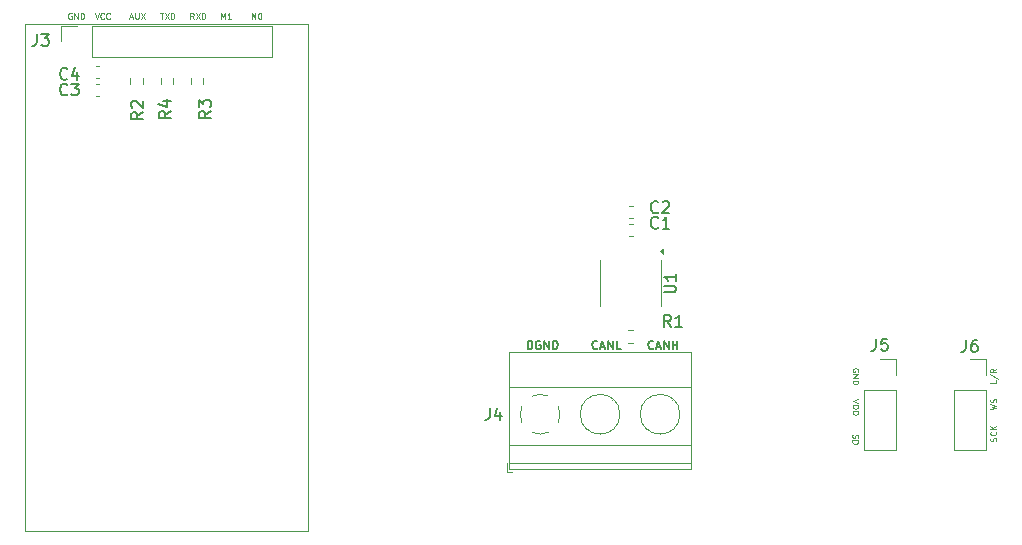
<source format=gbr>
%TF.GenerationSoftware,KiCad,Pcbnew,8.0.9-8.0.9-0~ubuntu24.04.1*%
%TF.CreationDate,2025-06-01T20:39:44+03:00*%
%TF.ProjectId,EV Control System,45562043-6f6e-4747-926f-6c2053797374,rev?*%
%TF.SameCoordinates,Original*%
%TF.FileFunction,Legend,Top*%
%TF.FilePolarity,Positive*%
%FSLAX46Y46*%
G04 Gerber Fmt 4.6, Leading zero omitted, Abs format (unit mm)*
G04 Created by KiCad (PCBNEW 8.0.9-8.0.9-0~ubuntu24.04.1) date 2025-06-01 20:39:44*
%MOMM*%
%LPD*%
G01*
G04 APERTURE LIST*
%ADD10C,0.100000*%
%ADD11C,0.175000*%
%ADD12C,0.150000*%
%ADD13C,0.120000*%
G04 APERTURE END LIST*
D10*
X106060000Y-103995000D02*
X106060000Y-60995000D01*
X130060000Y-103995000D02*
X106060000Y-103995000D01*
X106060000Y-60995000D02*
X130060000Y-60995000D01*
X130060000Y-60995000D02*
X130060000Y-103995000D01*
X176626390Y-92823408D02*
X176126390Y-92990074D01*
X176126390Y-92990074D02*
X176626390Y-93156741D01*
X176126390Y-93323407D02*
X176626390Y-93323407D01*
X176626390Y-93323407D02*
X176626390Y-93442455D01*
X176626390Y-93442455D02*
X176602580Y-93513883D01*
X176602580Y-93513883D02*
X176554961Y-93561502D01*
X176554961Y-93561502D02*
X176507342Y-93585312D01*
X176507342Y-93585312D02*
X176412104Y-93609121D01*
X176412104Y-93609121D02*
X176340676Y-93609121D01*
X176340676Y-93609121D02*
X176245438Y-93585312D01*
X176245438Y-93585312D02*
X176197819Y-93561502D01*
X176197819Y-93561502D02*
X176150200Y-93513883D01*
X176150200Y-93513883D02*
X176126390Y-93442455D01*
X176126390Y-93442455D02*
X176126390Y-93323407D01*
X176126390Y-93823407D02*
X176626390Y-93823407D01*
X176626390Y-93823407D02*
X176626390Y-93942455D01*
X176626390Y-93942455D02*
X176602580Y-94013883D01*
X176602580Y-94013883D02*
X176554961Y-94061502D01*
X176554961Y-94061502D02*
X176507342Y-94085312D01*
X176507342Y-94085312D02*
X176412104Y-94109121D01*
X176412104Y-94109121D02*
X176340676Y-94109121D01*
X176340676Y-94109121D02*
X176245438Y-94085312D01*
X176245438Y-94085312D02*
X176197819Y-94061502D01*
X176197819Y-94061502D02*
X176150200Y-94013883D01*
X176150200Y-94013883D02*
X176126390Y-93942455D01*
X176126390Y-93942455D02*
X176126390Y-93823407D01*
X188269800Y-96348972D02*
X188293609Y-96277544D01*
X188293609Y-96277544D02*
X188293609Y-96158496D01*
X188293609Y-96158496D02*
X188269800Y-96110877D01*
X188269800Y-96110877D02*
X188245990Y-96087068D01*
X188245990Y-96087068D02*
X188198371Y-96063258D01*
X188198371Y-96063258D02*
X188150752Y-96063258D01*
X188150752Y-96063258D02*
X188103133Y-96087068D01*
X188103133Y-96087068D02*
X188079323Y-96110877D01*
X188079323Y-96110877D02*
X188055514Y-96158496D01*
X188055514Y-96158496D02*
X188031704Y-96253734D01*
X188031704Y-96253734D02*
X188007895Y-96301353D01*
X188007895Y-96301353D02*
X187984085Y-96325163D01*
X187984085Y-96325163D02*
X187936466Y-96348972D01*
X187936466Y-96348972D02*
X187888847Y-96348972D01*
X187888847Y-96348972D02*
X187841228Y-96325163D01*
X187841228Y-96325163D02*
X187817419Y-96301353D01*
X187817419Y-96301353D02*
X187793609Y-96253734D01*
X187793609Y-96253734D02*
X187793609Y-96134687D01*
X187793609Y-96134687D02*
X187817419Y-96063258D01*
X188245990Y-95563259D02*
X188269800Y-95587068D01*
X188269800Y-95587068D02*
X188293609Y-95658497D01*
X188293609Y-95658497D02*
X188293609Y-95706116D01*
X188293609Y-95706116D02*
X188269800Y-95777544D01*
X188269800Y-95777544D02*
X188222180Y-95825163D01*
X188222180Y-95825163D02*
X188174561Y-95848973D01*
X188174561Y-95848973D02*
X188079323Y-95872782D01*
X188079323Y-95872782D02*
X188007895Y-95872782D01*
X188007895Y-95872782D02*
X187912657Y-95848973D01*
X187912657Y-95848973D02*
X187865038Y-95825163D01*
X187865038Y-95825163D02*
X187817419Y-95777544D01*
X187817419Y-95777544D02*
X187793609Y-95706116D01*
X187793609Y-95706116D02*
X187793609Y-95658497D01*
X187793609Y-95658497D02*
X187817419Y-95587068D01*
X187817419Y-95587068D02*
X187841228Y-95563259D01*
X188293609Y-95348973D02*
X187793609Y-95348973D01*
X188293609Y-95063259D02*
X188007895Y-95277544D01*
X187793609Y-95063259D02*
X188079323Y-95348973D01*
D11*
X148621797Y-88545233D02*
X148621797Y-87845233D01*
X148621797Y-87845233D02*
X148788464Y-87845233D01*
X148788464Y-87845233D02*
X148888464Y-87878566D01*
X148888464Y-87878566D02*
X148955131Y-87945233D01*
X148955131Y-87945233D02*
X148988464Y-88011900D01*
X148988464Y-88011900D02*
X149021797Y-88145233D01*
X149021797Y-88145233D02*
X149021797Y-88245233D01*
X149021797Y-88245233D02*
X148988464Y-88378566D01*
X148988464Y-88378566D02*
X148955131Y-88445233D01*
X148955131Y-88445233D02*
X148888464Y-88511900D01*
X148888464Y-88511900D02*
X148788464Y-88545233D01*
X148788464Y-88545233D02*
X148621797Y-88545233D01*
X149688464Y-87878566D02*
X149621797Y-87845233D01*
X149621797Y-87845233D02*
X149521797Y-87845233D01*
X149521797Y-87845233D02*
X149421797Y-87878566D01*
X149421797Y-87878566D02*
X149355131Y-87945233D01*
X149355131Y-87945233D02*
X149321797Y-88011900D01*
X149321797Y-88011900D02*
X149288464Y-88145233D01*
X149288464Y-88145233D02*
X149288464Y-88245233D01*
X149288464Y-88245233D02*
X149321797Y-88378566D01*
X149321797Y-88378566D02*
X149355131Y-88445233D01*
X149355131Y-88445233D02*
X149421797Y-88511900D01*
X149421797Y-88511900D02*
X149521797Y-88545233D01*
X149521797Y-88545233D02*
X149588464Y-88545233D01*
X149588464Y-88545233D02*
X149688464Y-88511900D01*
X149688464Y-88511900D02*
X149721797Y-88478566D01*
X149721797Y-88478566D02*
X149721797Y-88245233D01*
X149721797Y-88245233D02*
X149588464Y-88245233D01*
X150021797Y-88545233D02*
X150021797Y-87845233D01*
X150021797Y-87845233D02*
X150421797Y-88545233D01*
X150421797Y-88545233D02*
X150421797Y-87845233D01*
X150755130Y-88545233D02*
X150755130Y-87845233D01*
X150755130Y-87845233D02*
X150921797Y-87845233D01*
X150921797Y-87845233D02*
X151021797Y-87878566D01*
X151021797Y-87878566D02*
X151088464Y-87945233D01*
X151088464Y-87945233D02*
X151121797Y-88011900D01*
X151121797Y-88011900D02*
X151155130Y-88145233D01*
X151155130Y-88145233D02*
X151155130Y-88245233D01*
X151155130Y-88245233D02*
X151121797Y-88378566D01*
X151121797Y-88378566D02*
X151088464Y-88445233D01*
X151088464Y-88445233D02*
X151021797Y-88511900D01*
X151021797Y-88511900D02*
X150921797Y-88545233D01*
X150921797Y-88545233D02*
X150755130Y-88545233D01*
X154521795Y-88478566D02*
X154488462Y-88511900D01*
X154488462Y-88511900D02*
X154388462Y-88545233D01*
X154388462Y-88545233D02*
X154321795Y-88545233D01*
X154321795Y-88545233D02*
X154221795Y-88511900D01*
X154221795Y-88511900D02*
X154155129Y-88445233D01*
X154155129Y-88445233D02*
X154121795Y-88378566D01*
X154121795Y-88378566D02*
X154088462Y-88245233D01*
X154088462Y-88245233D02*
X154088462Y-88145233D01*
X154088462Y-88145233D02*
X154121795Y-88011900D01*
X154121795Y-88011900D02*
X154155129Y-87945233D01*
X154155129Y-87945233D02*
X154221795Y-87878566D01*
X154221795Y-87878566D02*
X154321795Y-87845233D01*
X154321795Y-87845233D02*
X154388462Y-87845233D01*
X154388462Y-87845233D02*
X154488462Y-87878566D01*
X154488462Y-87878566D02*
X154521795Y-87911900D01*
X154788462Y-88345233D02*
X155121795Y-88345233D01*
X154721795Y-88545233D02*
X154955129Y-87845233D01*
X154955129Y-87845233D02*
X155188462Y-88545233D01*
X155421795Y-88545233D02*
X155421795Y-87845233D01*
X155421795Y-87845233D02*
X155821795Y-88545233D01*
X155821795Y-88545233D02*
X155821795Y-87845233D01*
X156488462Y-88545233D02*
X156155128Y-88545233D01*
X156155128Y-88545233D02*
X156155128Y-87845233D01*
X159255127Y-88478566D02*
X159221794Y-88511900D01*
X159221794Y-88511900D02*
X159121794Y-88545233D01*
X159121794Y-88545233D02*
X159055127Y-88545233D01*
X159055127Y-88545233D02*
X158955127Y-88511900D01*
X158955127Y-88511900D02*
X158888461Y-88445233D01*
X158888461Y-88445233D02*
X158855127Y-88378566D01*
X158855127Y-88378566D02*
X158821794Y-88245233D01*
X158821794Y-88245233D02*
X158821794Y-88145233D01*
X158821794Y-88145233D02*
X158855127Y-88011900D01*
X158855127Y-88011900D02*
X158888461Y-87945233D01*
X158888461Y-87945233D02*
X158955127Y-87878566D01*
X158955127Y-87878566D02*
X159055127Y-87845233D01*
X159055127Y-87845233D02*
X159121794Y-87845233D01*
X159121794Y-87845233D02*
X159221794Y-87878566D01*
X159221794Y-87878566D02*
X159255127Y-87911900D01*
X159521794Y-88345233D02*
X159855127Y-88345233D01*
X159455127Y-88545233D02*
X159688461Y-87845233D01*
X159688461Y-87845233D02*
X159921794Y-88545233D01*
X160155127Y-88545233D02*
X160155127Y-87845233D01*
X160155127Y-87845233D02*
X160555127Y-88545233D01*
X160555127Y-88545233D02*
X160555127Y-87845233D01*
X160888460Y-88545233D02*
X160888460Y-87845233D01*
X160888460Y-88178566D02*
X161288460Y-88178566D01*
X161288460Y-88545233D02*
X161288460Y-87845233D01*
D10*
X188293609Y-91187068D02*
X188293609Y-91425163D01*
X188293609Y-91425163D02*
X187793609Y-91425163D01*
X187769800Y-90663258D02*
X188412657Y-91091829D01*
X188293609Y-90210877D02*
X188055514Y-90377543D01*
X188293609Y-90496591D02*
X187793609Y-90496591D01*
X187793609Y-90496591D02*
X187793609Y-90306115D01*
X187793609Y-90306115D02*
X187817419Y-90258496D01*
X187817419Y-90258496D02*
X187841228Y-90234686D01*
X187841228Y-90234686D02*
X187888847Y-90210877D01*
X187888847Y-90210877D02*
X187960276Y-90210877D01*
X187960276Y-90210877D02*
X188007895Y-90234686D01*
X188007895Y-90234686D02*
X188031704Y-90258496D01*
X188031704Y-90258496D02*
X188055514Y-90306115D01*
X188055514Y-90306115D02*
X188055514Y-90496591D01*
X176602580Y-90466741D02*
X176626390Y-90419122D01*
X176626390Y-90419122D02*
X176626390Y-90347693D01*
X176626390Y-90347693D02*
X176602580Y-90276265D01*
X176602580Y-90276265D02*
X176554961Y-90228646D01*
X176554961Y-90228646D02*
X176507342Y-90204836D01*
X176507342Y-90204836D02*
X176412104Y-90181027D01*
X176412104Y-90181027D02*
X176340676Y-90181027D01*
X176340676Y-90181027D02*
X176245438Y-90204836D01*
X176245438Y-90204836D02*
X176197819Y-90228646D01*
X176197819Y-90228646D02*
X176150200Y-90276265D01*
X176150200Y-90276265D02*
X176126390Y-90347693D01*
X176126390Y-90347693D02*
X176126390Y-90395312D01*
X176126390Y-90395312D02*
X176150200Y-90466741D01*
X176150200Y-90466741D02*
X176174009Y-90490550D01*
X176174009Y-90490550D02*
X176340676Y-90490550D01*
X176340676Y-90490550D02*
X176340676Y-90395312D01*
X176126390Y-90704836D02*
X176626390Y-90704836D01*
X176626390Y-90704836D02*
X176126390Y-90990550D01*
X176126390Y-90990550D02*
X176626390Y-90990550D01*
X176126390Y-91228646D02*
X176626390Y-91228646D01*
X176626390Y-91228646D02*
X176626390Y-91347694D01*
X176626390Y-91347694D02*
X176602580Y-91419122D01*
X176602580Y-91419122D02*
X176554961Y-91466741D01*
X176554961Y-91466741D02*
X176507342Y-91490551D01*
X176507342Y-91490551D02*
X176412104Y-91514360D01*
X176412104Y-91514360D02*
X176340676Y-91514360D01*
X176340676Y-91514360D02*
X176245438Y-91490551D01*
X176245438Y-91490551D02*
X176197819Y-91466741D01*
X176197819Y-91466741D02*
X176150200Y-91419122D01*
X176150200Y-91419122D02*
X176126390Y-91347694D01*
X176126390Y-91347694D02*
X176126390Y-91228646D01*
X176140200Y-95791027D02*
X176116390Y-95862455D01*
X176116390Y-95862455D02*
X176116390Y-95981503D01*
X176116390Y-95981503D02*
X176140200Y-96029122D01*
X176140200Y-96029122D02*
X176164009Y-96052931D01*
X176164009Y-96052931D02*
X176211628Y-96076741D01*
X176211628Y-96076741D02*
X176259247Y-96076741D01*
X176259247Y-96076741D02*
X176306866Y-96052931D01*
X176306866Y-96052931D02*
X176330676Y-96029122D01*
X176330676Y-96029122D02*
X176354485Y-95981503D01*
X176354485Y-95981503D02*
X176378295Y-95886265D01*
X176378295Y-95886265D02*
X176402104Y-95838646D01*
X176402104Y-95838646D02*
X176425914Y-95814836D01*
X176425914Y-95814836D02*
X176473533Y-95791027D01*
X176473533Y-95791027D02*
X176521152Y-95791027D01*
X176521152Y-95791027D02*
X176568771Y-95814836D01*
X176568771Y-95814836D02*
X176592580Y-95838646D01*
X176592580Y-95838646D02*
X176616390Y-95886265D01*
X176616390Y-95886265D02*
X176616390Y-96005312D01*
X176616390Y-96005312D02*
X176592580Y-96076741D01*
X176116390Y-96291026D02*
X176616390Y-96291026D01*
X176616390Y-96291026D02*
X176616390Y-96410074D01*
X176616390Y-96410074D02*
X176592580Y-96481502D01*
X176592580Y-96481502D02*
X176544961Y-96529121D01*
X176544961Y-96529121D02*
X176497342Y-96552931D01*
X176497342Y-96552931D02*
X176402104Y-96576740D01*
X176402104Y-96576740D02*
X176330676Y-96576740D01*
X176330676Y-96576740D02*
X176235438Y-96552931D01*
X176235438Y-96552931D02*
X176187819Y-96529121D01*
X176187819Y-96529121D02*
X176140200Y-96481502D01*
X176140200Y-96481502D02*
X176116390Y-96410074D01*
X176116390Y-96410074D02*
X176116390Y-96291026D01*
X110006741Y-60127419D02*
X109959122Y-60103609D01*
X109959122Y-60103609D02*
X109887693Y-60103609D01*
X109887693Y-60103609D02*
X109816265Y-60127419D01*
X109816265Y-60127419D02*
X109768646Y-60175038D01*
X109768646Y-60175038D02*
X109744836Y-60222657D01*
X109744836Y-60222657D02*
X109721027Y-60317895D01*
X109721027Y-60317895D02*
X109721027Y-60389323D01*
X109721027Y-60389323D02*
X109744836Y-60484561D01*
X109744836Y-60484561D02*
X109768646Y-60532180D01*
X109768646Y-60532180D02*
X109816265Y-60579800D01*
X109816265Y-60579800D02*
X109887693Y-60603609D01*
X109887693Y-60603609D02*
X109935312Y-60603609D01*
X109935312Y-60603609D02*
X110006741Y-60579800D01*
X110006741Y-60579800D02*
X110030550Y-60555990D01*
X110030550Y-60555990D02*
X110030550Y-60389323D01*
X110030550Y-60389323D02*
X109935312Y-60389323D01*
X110244836Y-60603609D02*
X110244836Y-60103609D01*
X110244836Y-60103609D02*
X110530550Y-60603609D01*
X110530550Y-60603609D02*
X110530550Y-60103609D01*
X110768646Y-60603609D02*
X110768646Y-60103609D01*
X110768646Y-60103609D02*
X110887694Y-60103609D01*
X110887694Y-60103609D02*
X110959122Y-60127419D01*
X110959122Y-60127419D02*
X111006741Y-60175038D01*
X111006741Y-60175038D02*
X111030551Y-60222657D01*
X111030551Y-60222657D02*
X111054360Y-60317895D01*
X111054360Y-60317895D02*
X111054360Y-60389323D01*
X111054360Y-60389323D02*
X111030551Y-60484561D01*
X111030551Y-60484561D02*
X111006741Y-60532180D01*
X111006741Y-60532180D02*
X110959122Y-60579800D01*
X110959122Y-60579800D02*
X110887694Y-60603609D01*
X110887694Y-60603609D02*
X110768646Y-60603609D01*
X111959122Y-60103609D02*
X112125788Y-60603609D01*
X112125788Y-60603609D02*
X112292455Y-60103609D01*
X112744835Y-60555990D02*
X112721026Y-60579800D01*
X112721026Y-60579800D02*
X112649597Y-60603609D01*
X112649597Y-60603609D02*
X112601978Y-60603609D01*
X112601978Y-60603609D02*
X112530550Y-60579800D01*
X112530550Y-60579800D02*
X112482931Y-60532180D01*
X112482931Y-60532180D02*
X112459121Y-60484561D01*
X112459121Y-60484561D02*
X112435312Y-60389323D01*
X112435312Y-60389323D02*
X112435312Y-60317895D01*
X112435312Y-60317895D02*
X112459121Y-60222657D01*
X112459121Y-60222657D02*
X112482931Y-60175038D01*
X112482931Y-60175038D02*
X112530550Y-60127419D01*
X112530550Y-60127419D02*
X112601978Y-60103609D01*
X112601978Y-60103609D02*
X112649597Y-60103609D01*
X112649597Y-60103609D02*
X112721026Y-60127419D01*
X112721026Y-60127419D02*
X112744835Y-60151228D01*
X113244835Y-60555990D02*
X113221026Y-60579800D01*
X113221026Y-60579800D02*
X113149597Y-60603609D01*
X113149597Y-60603609D02*
X113101978Y-60603609D01*
X113101978Y-60603609D02*
X113030550Y-60579800D01*
X113030550Y-60579800D02*
X112982931Y-60532180D01*
X112982931Y-60532180D02*
X112959121Y-60484561D01*
X112959121Y-60484561D02*
X112935312Y-60389323D01*
X112935312Y-60389323D02*
X112935312Y-60317895D01*
X112935312Y-60317895D02*
X112959121Y-60222657D01*
X112959121Y-60222657D02*
X112982931Y-60175038D01*
X112982931Y-60175038D02*
X113030550Y-60127419D01*
X113030550Y-60127419D02*
X113101978Y-60103609D01*
X113101978Y-60103609D02*
X113149597Y-60103609D01*
X113149597Y-60103609D02*
X113221026Y-60127419D01*
X113221026Y-60127419D02*
X113244835Y-60151228D01*
X114959120Y-60460752D02*
X115197215Y-60460752D01*
X114911501Y-60603609D02*
X115078167Y-60103609D01*
X115078167Y-60103609D02*
X115244834Y-60603609D01*
X115411500Y-60103609D02*
X115411500Y-60508371D01*
X115411500Y-60508371D02*
X115435310Y-60555990D01*
X115435310Y-60555990D02*
X115459119Y-60579800D01*
X115459119Y-60579800D02*
X115506738Y-60603609D01*
X115506738Y-60603609D02*
X115601976Y-60603609D01*
X115601976Y-60603609D02*
X115649595Y-60579800D01*
X115649595Y-60579800D02*
X115673405Y-60555990D01*
X115673405Y-60555990D02*
X115697214Y-60508371D01*
X115697214Y-60508371D02*
X115697214Y-60103609D01*
X115887691Y-60103609D02*
X116221024Y-60603609D01*
X116221024Y-60103609D02*
X115887691Y-60603609D01*
X117482928Y-60103609D02*
X117768642Y-60103609D01*
X117625785Y-60603609D02*
X117625785Y-60103609D01*
X117887689Y-60103609D02*
X118221022Y-60603609D01*
X118221022Y-60103609D02*
X117887689Y-60603609D01*
X118411498Y-60603609D02*
X118411498Y-60103609D01*
X118411498Y-60103609D02*
X118530546Y-60103609D01*
X118530546Y-60103609D02*
X118601974Y-60127419D01*
X118601974Y-60127419D02*
X118649593Y-60175038D01*
X118649593Y-60175038D02*
X118673403Y-60222657D01*
X118673403Y-60222657D02*
X118697212Y-60317895D01*
X118697212Y-60317895D02*
X118697212Y-60389323D01*
X118697212Y-60389323D02*
X118673403Y-60484561D01*
X118673403Y-60484561D02*
X118649593Y-60532180D01*
X118649593Y-60532180D02*
X118601974Y-60579800D01*
X118601974Y-60579800D02*
X118530546Y-60603609D01*
X118530546Y-60603609D02*
X118411498Y-60603609D01*
X120340068Y-60603609D02*
X120173402Y-60365514D01*
X120054354Y-60603609D02*
X120054354Y-60103609D01*
X120054354Y-60103609D02*
X120244830Y-60103609D01*
X120244830Y-60103609D02*
X120292449Y-60127419D01*
X120292449Y-60127419D02*
X120316259Y-60151228D01*
X120316259Y-60151228D02*
X120340068Y-60198847D01*
X120340068Y-60198847D02*
X120340068Y-60270276D01*
X120340068Y-60270276D02*
X120316259Y-60317895D01*
X120316259Y-60317895D02*
X120292449Y-60341704D01*
X120292449Y-60341704D02*
X120244830Y-60365514D01*
X120244830Y-60365514D02*
X120054354Y-60365514D01*
X120506735Y-60103609D02*
X120840068Y-60603609D01*
X120840068Y-60103609D02*
X120506735Y-60603609D01*
X121030544Y-60603609D02*
X121030544Y-60103609D01*
X121030544Y-60103609D02*
X121149592Y-60103609D01*
X121149592Y-60103609D02*
X121221020Y-60127419D01*
X121221020Y-60127419D02*
X121268639Y-60175038D01*
X121268639Y-60175038D02*
X121292449Y-60222657D01*
X121292449Y-60222657D02*
X121316258Y-60317895D01*
X121316258Y-60317895D02*
X121316258Y-60389323D01*
X121316258Y-60389323D02*
X121292449Y-60484561D01*
X121292449Y-60484561D02*
X121268639Y-60532180D01*
X121268639Y-60532180D02*
X121221020Y-60579800D01*
X121221020Y-60579800D02*
X121149592Y-60603609D01*
X121149592Y-60603609D02*
X121030544Y-60603609D01*
X122673400Y-60603609D02*
X122673400Y-60103609D01*
X122673400Y-60103609D02*
X122840067Y-60460752D01*
X122840067Y-60460752D02*
X123006733Y-60103609D01*
X123006733Y-60103609D02*
X123006733Y-60603609D01*
X123506734Y-60603609D02*
X123221020Y-60603609D01*
X123363877Y-60603609D02*
X123363877Y-60103609D01*
X123363877Y-60103609D02*
X123316258Y-60175038D01*
X123316258Y-60175038D02*
X123268639Y-60222657D01*
X123268639Y-60222657D02*
X123221020Y-60246466D01*
X125244827Y-60603609D02*
X125244827Y-60103609D01*
X125244827Y-60103609D02*
X125411494Y-60460752D01*
X125411494Y-60460752D02*
X125578160Y-60103609D01*
X125578160Y-60103609D02*
X125578160Y-60603609D01*
X125911494Y-60103609D02*
X125959113Y-60103609D01*
X125959113Y-60103609D02*
X126006732Y-60127419D01*
X126006732Y-60127419D02*
X126030542Y-60151228D01*
X126030542Y-60151228D02*
X126054351Y-60198847D01*
X126054351Y-60198847D02*
X126078161Y-60294085D01*
X126078161Y-60294085D02*
X126078161Y-60413133D01*
X126078161Y-60413133D02*
X126054351Y-60508371D01*
X126054351Y-60508371D02*
X126030542Y-60555990D01*
X126030542Y-60555990D02*
X126006732Y-60579800D01*
X126006732Y-60579800D02*
X125959113Y-60603609D01*
X125959113Y-60603609D02*
X125911494Y-60603609D01*
X125911494Y-60603609D02*
X125863875Y-60579800D01*
X125863875Y-60579800D02*
X125840066Y-60555990D01*
X125840066Y-60555990D02*
X125816256Y-60508371D01*
X125816256Y-60508371D02*
X125792447Y-60413133D01*
X125792447Y-60413133D02*
X125792447Y-60294085D01*
X125792447Y-60294085D02*
X125816256Y-60198847D01*
X125816256Y-60198847D02*
X125840066Y-60151228D01*
X125840066Y-60151228D02*
X125863875Y-60127419D01*
X125863875Y-60127419D02*
X125911494Y-60103609D01*
X187793609Y-93672782D02*
X188293609Y-93553734D01*
X188293609Y-93553734D02*
X187936466Y-93458496D01*
X187936466Y-93458496D02*
X188293609Y-93363258D01*
X188293609Y-93363258D02*
X187793609Y-93244211D01*
X188269800Y-93077543D02*
X188293609Y-93006115D01*
X188293609Y-93006115D02*
X188293609Y-92887067D01*
X188293609Y-92887067D02*
X188269800Y-92839448D01*
X188269800Y-92839448D02*
X188245990Y-92815639D01*
X188245990Y-92815639D02*
X188198371Y-92791829D01*
X188198371Y-92791829D02*
X188150752Y-92791829D01*
X188150752Y-92791829D02*
X188103133Y-92815639D01*
X188103133Y-92815639D02*
X188079323Y-92839448D01*
X188079323Y-92839448D02*
X188055514Y-92887067D01*
X188055514Y-92887067D02*
X188031704Y-92982305D01*
X188031704Y-92982305D02*
X188007895Y-93029924D01*
X188007895Y-93029924D02*
X187984085Y-93053734D01*
X187984085Y-93053734D02*
X187936466Y-93077543D01*
X187936466Y-93077543D02*
X187888847Y-93077543D01*
X187888847Y-93077543D02*
X187841228Y-93053734D01*
X187841228Y-93053734D02*
X187817419Y-93029924D01*
X187817419Y-93029924D02*
X187793609Y-92982305D01*
X187793609Y-92982305D02*
X187793609Y-92863258D01*
X187793609Y-92863258D02*
X187817419Y-92791829D01*
D12*
X116064819Y-68486666D02*
X115588628Y-68819999D01*
X116064819Y-69058094D02*
X115064819Y-69058094D01*
X115064819Y-69058094D02*
X115064819Y-68677142D01*
X115064819Y-68677142D02*
X115112438Y-68581904D01*
X115112438Y-68581904D02*
X115160057Y-68534285D01*
X115160057Y-68534285D02*
X115255295Y-68486666D01*
X115255295Y-68486666D02*
X115398152Y-68486666D01*
X115398152Y-68486666D02*
X115493390Y-68534285D01*
X115493390Y-68534285D02*
X115541009Y-68581904D01*
X115541009Y-68581904D02*
X115588628Y-68677142D01*
X115588628Y-68677142D02*
X115588628Y-69058094D01*
X115160057Y-68105713D02*
X115112438Y-68058094D01*
X115112438Y-68058094D02*
X115064819Y-67962856D01*
X115064819Y-67962856D02*
X115064819Y-67724761D01*
X115064819Y-67724761D02*
X115112438Y-67629523D01*
X115112438Y-67629523D02*
X115160057Y-67581904D01*
X115160057Y-67581904D02*
X115255295Y-67534285D01*
X115255295Y-67534285D02*
X115350533Y-67534285D01*
X115350533Y-67534285D02*
X115493390Y-67581904D01*
X115493390Y-67581904D02*
X116064819Y-68153332D01*
X116064819Y-68153332D02*
X116064819Y-67534285D01*
X107076666Y-61874819D02*
X107076666Y-62589104D01*
X107076666Y-62589104D02*
X107029047Y-62731961D01*
X107029047Y-62731961D02*
X106933809Y-62827200D01*
X106933809Y-62827200D02*
X106790952Y-62874819D01*
X106790952Y-62874819D02*
X106695714Y-62874819D01*
X107457619Y-61874819D02*
X108076666Y-61874819D01*
X108076666Y-61874819D02*
X107743333Y-62255771D01*
X107743333Y-62255771D02*
X107886190Y-62255771D01*
X107886190Y-62255771D02*
X107981428Y-62303390D01*
X107981428Y-62303390D02*
X108029047Y-62351009D01*
X108029047Y-62351009D02*
X108076666Y-62446247D01*
X108076666Y-62446247D02*
X108076666Y-62684342D01*
X108076666Y-62684342D02*
X108029047Y-62779580D01*
X108029047Y-62779580D02*
X107981428Y-62827200D01*
X107981428Y-62827200D02*
X107886190Y-62874819D01*
X107886190Y-62874819D02*
X107600476Y-62874819D01*
X107600476Y-62874819D02*
X107505238Y-62827200D01*
X107505238Y-62827200D02*
X107457619Y-62779580D01*
X159678333Y-76954580D02*
X159630714Y-77002200D01*
X159630714Y-77002200D02*
X159487857Y-77049819D01*
X159487857Y-77049819D02*
X159392619Y-77049819D01*
X159392619Y-77049819D02*
X159249762Y-77002200D01*
X159249762Y-77002200D02*
X159154524Y-76906961D01*
X159154524Y-76906961D02*
X159106905Y-76811723D01*
X159106905Y-76811723D02*
X159059286Y-76621247D01*
X159059286Y-76621247D02*
X159059286Y-76478390D01*
X159059286Y-76478390D02*
X159106905Y-76287914D01*
X159106905Y-76287914D02*
X159154524Y-76192676D01*
X159154524Y-76192676D02*
X159249762Y-76097438D01*
X159249762Y-76097438D02*
X159392619Y-76049819D01*
X159392619Y-76049819D02*
X159487857Y-76049819D01*
X159487857Y-76049819D02*
X159630714Y-76097438D01*
X159630714Y-76097438D02*
X159678333Y-76145057D01*
X160059286Y-76145057D02*
X160106905Y-76097438D01*
X160106905Y-76097438D02*
X160202143Y-76049819D01*
X160202143Y-76049819D02*
X160440238Y-76049819D01*
X160440238Y-76049819D02*
X160535476Y-76097438D01*
X160535476Y-76097438D02*
X160583095Y-76145057D01*
X160583095Y-76145057D02*
X160630714Y-76240295D01*
X160630714Y-76240295D02*
X160630714Y-76335533D01*
X160630714Y-76335533D02*
X160583095Y-76478390D01*
X160583095Y-76478390D02*
X160011667Y-77049819D01*
X160011667Y-77049819D02*
X160630714Y-77049819D01*
X121789819Y-68411666D02*
X121313628Y-68744999D01*
X121789819Y-68983094D02*
X120789819Y-68983094D01*
X120789819Y-68983094D02*
X120789819Y-68602142D01*
X120789819Y-68602142D02*
X120837438Y-68506904D01*
X120837438Y-68506904D02*
X120885057Y-68459285D01*
X120885057Y-68459285D02*
X120980295Y-68411666D01*
X120980295Y-68411666D02*
X121123152Y-68411666D01*
X121123152Y-68411666D02*
X121218390Y-68459285D01*
X121218390Y-68459285D02*
X121266009Y-68506904D01*
X121266009Y-68506904D02*
X121313628Y-68602142D01*
X121313628Y-68602142D02*
X121313628Y-68983094D01*
X120789819Y-68078332D02*
X120789819Y-67459285D01*
X120789819Y-67459285D02*
X121170771Y-67792618D01*
X121170771Y-67792618D02*
X121170771Y-67649761D01*
X121170771Y-67649761D02*
X121218390Y-67554523D01*
X121218390Y-67554523D02*
X121266009Y-67506904D01*
X121266009Y-67506904D02*
X121361247Y-67459285D01*
X121361247Y-67459285D02*
X121599342Y-67459285D01*
X121599342Y-67459285D02*
X121694580Y-67506904D01*
X121694580Y-67506904D02*
X121742200Y-67554523D01*
X121742200Y-67554523D02*
X121789819Y-67649761D01*
X121789819Y-67649761D02*
X121789819Y-67935475D01*
X121789819Y-67935475D02*
X121742200Y-68030713D01*
X121742200Y-68030713D02*
X121694580Y-68078332D01*
X159678333Y-78254580D02*
X159630714Y-78302200D01*
X159630714Y-78302200D02*
X159487857Y-78349819D01*
X159487857Y-78349819D02*
X159392619Y-78349819D01*
X159392619Y-78349819D02*
X159249762Y-78302200D01*
X159249762Y-78302200D02*
X159154524Y-78206961D01*
X159154524Y-78206961D02*
X159106905Y-78111723D01*
X159106905Y-78111723D02*
X159059286Y-77921247D01*
X159059286Y-77921247D02*
X159059286Y-77778390D01*
X159059286Y-77778390D02*
X159106905Y-77587914D01*
X159106905Y-77587914D02*
X159154524Y-77492676D01*
X159154524Y-77492676D02*
X159249762Y-77397438D01*
X159249762Y-77397438D02*
X159392619Y-77349819D01*
X159392619Y-77349819D02*
X159487857Y-77349819D01*
X159487857Y-77349819D02*
X159630714Y-77397438D01*
X159630714Y-77397438D02*
X159678333Y-77445057D01*
X160630714Y-78349819D02*
X160059286Y-78349819D01*
X160345000Y-78349819D02*
X160345000Y-77349819D01*
X160345000Y-77349819D02*
X160249762Y-77492676D01*
X160249762Y-77492676D02*
X160154524Y-77587914D01*
X160154524Y-77587914D02*
X160059286Y-77635533D01*
X185726666Y-87784819D02*
X185726666Y-88499104D01*
X185726666Y-88499104D02*
X185679047Y-88641961D01*
X185679047Y-88641961D02*
X185583809Y-88737200D01*
X185583809Y-88737200D02*
X185440952Y-88784819D01*
X185440952Y-88784819D02*
X185345714Y-88784819D01*
X186631428Y-87784819D02*
X186440952Y-87784819D01*
X186440952Y-87784819D02*
X186345714Y-87832438D01*
X186345714Y-87832438D02*
X186298095Y-87880057D01*
X186298095Y-87880057D02*
X186202857Y-88022914D01*
X186202857Y-88022914D02*
X186155238Y-88213390D01*
X186155238Y-88213390D02*
X186155238Y-88594342D01*
X186155238Y-88594342D02*
X186202857Y-88689580D01*
X186202857Y-88689580D02*
X186250476Y-88737200D01*
X186250476Y-88737200D02*
X186345714Y-88784819D01*
X186345714Y-88784819D02*
X186536190Y-88784819D01*
X186536190Y-88784819D02*
X186631428Y-88737200D01*
X186631428Y-88737200D02*
X186679047Y-88689580D01*
X186679047Y-88689580D02*
X186726666Y-88594342D01*
X186726666Y-88594342D02*
X186726666Y-88356247D01*
X186726666Y-88356247D02*
X186679047Y-88261009D01*
X186679047Y-88261009D02*
X186631428Y-88213390D01*
X186631428Y-88213390D02*
X186536190Y-88165771D01*
X186536190Y-88165771D02*
X186345714Y-88165771D01*
X186345714Y-88165771D02*
X186250476Y-88213390D01*
X186250476Y-88213390D02*
X186202857Y-88261009D01*
X186202857Y-88261009D02*
X186155238Y-88356247D01*
X145396666Y-93554819D02*
X145396666Y-94269104D01*
X145396666Y-94269104D02*
X145349047Y-94411961D01*
X145349047Y-94411961D02*
X145253809Y-94507200D01*
X145253809Y-94507200D02*
X145110952Y-94554819D01*
X145110952Y-94554819D02*
X145015714Y-94554819D01*
X146301428Y-93888152D02*
X146301428Y-94554819D01*
X146063333Y-93507200D02*
X145825238Y-94221485D01*
X145825238Y-94221485D02*
X146444285Y-94221485D01*
X160179819Y-83756904D02*
X160989342Y-83756904D01*
X160989342Y-83756904D02*
X161084580Y-83709285D01*
X161084580Y-83709285D02*
X161132200Y-83661666D01*
X161132200Y-83661666D02*
X161179819Y-83566428D01*
X161179819Y-83566428D02*
X161179819Y-83375952D01*
X161179819Y-83375952D02*
X161132200Y-83280714D01*
X161132200Y-83280714D02*
X161084580Y-83233095D01*
X161084580Y-83233095D02*
X160989342Y-83185476D01*
X160989342Y-83185476D02*
X160179819Y-83185476D01*
X161179819Y-82185476D02*
X161179819Y-82756904D01*
X161179819Y-82471190D02*
X160179819Y-82471190D01*
X160179819Y-82471190D02*
X160322676Y-82566428D01*
X160322676Y-82566428D02*
X160417914Y-82661666D01*
X160417914Y-82661666D02*
X160465533Y-82756904D01*
X160743333Y-86664819D02*
X160410000Y-86188628D01*
X160171905Y-86664819D02*
X160171905Y-85664819D01*
X160171905Y-85664819D02*
X160552857Y-85664819D01*
X160552857Y-85664819D02*
X160648095Y-85712438D01*
X160648095Y-85712438D02*
X160695714Y-85760057D01*
X160695714Y-85760057D02*
X160743333Y-85855295D01*
X160743333Y-85855295D02*
X160743333Y-85998152D01*
X160743333Y-85998152D02*
X160695714Y-86093390D01*
X160695714Y-86093390D02*
X160648095Y-86141009D01*
X160648095Y-86141009D02*
X160552857Y-86188628D01*
X160552857Y-86188628D02*
X160171905Y-86188628D01*
X161695714Y-86664819D02*
X161124286Y-86664819D01*
X161410000Y-86664819D02*
X161410000Y-85664819D01*
X161410000Y-85664819D02*
X161314762Y-85807676D01*
X161314762Y-85807676D02*
X161219524Y-85902914D01*
X161219524Y-85902914D02*
X161124286Y-85950533D01*
X178106666Y-87684819D02*
X178106666Y-88399104D01*
X178106666Y-88399104D02*
X178059047Y-88541961D01*
X178059047Y-88541961D02*
X177963809Y-88637200D01*
X177963809Y-88637200D02*
X177820952Y-88684819D01*
X177820952Y-88684819D02*
X177725714Y-88684819D01*
X179059047Y-87684819D02*
X178582857Y-87684819D01*
X178582857Y-87684819D02*
X178535238Y-88161009D01*
X178535238Y-88161009D02*
X178582857Y-88113390D01*
X178582857Y-88113390D02*
X178678095Y-88065771D01*
X178678095Y-88065771D02*
X178916190Y-88065771D01*
X178916190Y-88065771D02*
X179011428Y-88113390D01*
X179011428Y-88113390D02*
X179059047Y-88161009D01*
X179059047Y-88161009D02*
X179106666Y-88256247D01*
X179106666Y-88256247D02*
X179106666Y-88494342D01*
X179106666Y-88494342D02*
X179059047Y-88589580D01*
X179059047Y-88589580D02*
X179011428Y-88637200D01*
X179011428Y-88637200D02*
X178916190Y-88684819D01*
X178916190Y-88684819D02*
X178678095Y-88684819D01*
X178678095Y-88684819D02*
X178582857Y-88637200D01*
X178582857Y-88637200D02*
X178535238Y-88589580D01*
X109643333Y-66979580D02*
X109595714Y-67027200D01*
X109595714Y-67027200D02*
X109452857Y-67074819D01*
X109452857Y-67074819D02*
X109357619Y-67074819D01*
X109357619Y-67074819D02*
X109214762Y-67027200D01*
X109214762Y-67027200D02*
X109119524Y-66931961D01*
X109119524Y-66931961D02*
X109071905Y-66836723D01*
X109071905Y-66836723D02*
X109024286Y-66646247D01*
X109024286Y-66646247D02*
X109024286Y-66503390D01*
X109024286Y-66503390D02*
X109071905Y-66312914D01*
X109071905Y-66312914D02*
X109119524Y-66217676D01*
X109119524Y-66217676D02*
X109214762Y-66122438D01*
X109214762Y-66122438D02*
X109357619Y-66074819D01*
X109357619Y-66074819D02*
X109452857Y-66074819D01*
X109452857Y-66074819D02*
X109595714Y-66122438D01*
X109595714Y-66122438D02*
X109643333Y-66170057D01*
X109976667Y-66074819D02*
X110595714Y-66074819D01*
X110595714Y-66074819D02*
X110262381Y-66455771D01*
X110262381Y-66455771D02*
X110405238Y-66455771D01*
X110405238Y-66455771D02*
X110500476Y-66503390D01*
X110500476Y-66503390D02*
X110548095Y-66551009D01*
X110548095Y-66551009D02*
X110595714Y-66646247D01*
X110595714Y-66646247D02*
X110595714Y-66884342D01*
X110595714Y-66884342D02*
X110548095Y-66979580D01*
X110548095Y-66979580D02*
X110500476Y-67027200D01*
X110500476Y-67027200D02*
X110405238Y-67074819D01*
X110405238Y-67074819D02*
X110119524Y-67074819D01*
X110119524Y-67074819D02*
X110024286Y-67027200D01*
X110024286Y-67027200D02*
X109976667Y-66979580D01*
X109643333Y-65654580D02*
X109595714Y-65702200D01*
X109595714Y-65702200D02*
X109452857Y-65749819D01*
X109452857Y-65749819D02*
X109357619Y-65749819D01*
X109357619Y-65749819D02*
X109214762Y-65702200D01*
X109214762Y-65702200D02*
X109119524Y-65606961D01*
X109119524Y-65606961D02*
X109071905Y-65511723D01*
X109071905Y-65511723D02*
X109024286Y-65321247D01*
X109024286Y-65321247D02*
X109024286Y-65178390D01*
X109024286Y-65178390D02*
X109071905Y-64987914D01*
X109071905Y-64987914D02*
X109119524Y-64892676D01*
X109119524Y-64892676D02*
X109214762Y-64797438D01*
X109214762Y-64797438D02*
X109357619Y-64749819D01*
X109357619Y-64749819D02*
X109452857Y-64749819D01*
X109452857Y-64749819D02*
X109595714Y-64797438D01*
X109595714Y-64797438D02*
X109643333Y-64845057D01*
X110500476Y-65083152D02*
X110500476Y-65749819D01*
X110262381Y-64702200D02*
X110024286Y-65416485D01*
X110024286Y-65416485D02*
X110643333Y-65416485D01*
X118414819Y-68411666D02*
X117938628Y-68744999D01*
X118414819Y-68983094D02*
X117414819Y-68983094D01*
X117414819Y-68983094D02*
X117414819Y-68602142D01*
X117414819Y-68602142D02*
X117462438Y-68506904D01*
X117462438Y-68506904D02*
X117510057Y-68459285D01*
X117510057Y-68459285D02*
X117605295Y-68411666D01*
X117605295Y-68411666D02*
X117748152Y-68411666D01*
X117748152Y-68411666D02*
X117843390Y-68459285D01*
X117843390Y-68459285D02*
X117891009Y-68506904D01*
X117891009Y-68506904D02*
X117938628Y-68602142D01*
X117938628Y-68602142D02*
X117938628Y-68983094D01*
X117748152Y-67554523D02*
X118414819Y-67554523D01*
X117367200Y-67792618D02*
X118081485Y-68030713D01*
X118081485Y-68030713D02*
X118081485Y-67411666D01*
D13*
%TO.C,R2*%
X114987500Y-66082258D02*
X114987500Y-65607742D01*
X116032500Y-66082258D02*
X116032500Y-65607742D01*
%TO.C,J3*%
X109115000Y-61165000D02*
X110445000Y-61165000D01*
X109115000Y-62495000D02*
X109115000Y-61165000D01*
X111715000Y-61165000D02*
X127015000Y-61165000D01*
X111715000Y-63825000D02*
X111715000Y-61165000D01*
X111715000Y-63825000D02*
X127015000Y-63825000D01*
X127015000Y-63825000D02*
X127015000Y-61165000D01*
%TO.C,C2*%
X157229420Y-76435000D02*
X157510580Y-76435000D01*
X157229420Y-77455000D02*
X157510580Y-77455000D01*
%TO.C,R3*%
X120087500Y-66082258D02*
X120087500Y-65607742D01*
X121132500Y-66082258D02*
X121132500Y-65607742D01*
%TO.C,C1*%
X157229420Y-77985000D02*
X157510580Y-77985000D01*
X157229420Y-79005000D02*
X157510580Y-79005000D01*
%TO.C,J6*%
X184730000Y-91995000D02*
X184730000Y-97135000D01*
X184730000Y-91995000D02*
X187390000Y-91995000D01*
X184730000Y-97135000D02*
X187390000Y-97135000D01*
X186060000Y-89395000D02*
X187390000Y-89395000D01*
X187390000Y-89395000D02*
X187390000Y-90725000D01*
X187390000Y-91995000D02*
X187390000Y-97135000D01*
%TO.C,J4*%
X146835000Y-98235000D02*
X146835000Y-98975000D01*
X146835000Y-98975000D02*
X147335000Y-98975000D01*
X147075000Y-88814000D02*
X147075000Y-98735000D01*
X147075000Y-88814000D02*
X162435000Y-88814000D01*
X147075000Y-91774000D02*
X162435000Y-91774000D01*
X147075000Y-96675000D02*
X162435000Y-96675000D01*
X147075000Y-98175000D02*
X162435000Y-98175000D01*
X147075000Y-98735000D02*
X162435000Y-98735000D01*
X153528000Y-95098000D02*
X153481000Y-95144000D01*
X153721000Y-95314000D02*
X153686000Y-95349000D01*
X155825000Y-92800000D02*
X155790000Y-92836000D01*
X156030000Y-93006000D02*
X155983000Y-93052000D01*
X158608000Y-95098000D02*
X158561000Y-95144000D01*
X158801000Y-95314000D02*
X158766000Y-95349000D01*
X160905000Y-92800000D02*
X160870000Y-92836000D01*
X161110000Y-93006000D02*
X161063000Y-93052000D01*
X162435000Y-88814000D02*
X162435000Y-98735000D01*
X148139573Y-94758042D02*
G75*
G02*
X148140000Y-93391000I1535420J683041D01*
G01*
X148991958Y-92539573D02*
G75*
G02*
X150359000Y-92540000I683041J-1535420D01*
G01*
X149703805Y-95755253D02*
G75*
G02*
X148991000Y-95610000I-28806J1680254D01*
G01*
X150358318Y-95609756D02*
G75*
G02*
X149675000Y-95755000I-683318J1534756D01*
G01*
X151210427Y-93391958D02*
G75*
G02*
X151210000Y-94759000I-1535427J-683042D01*
G01*
X156435000Y-94075000D02*
G75*
G02*
X153075000Y-94075000I-1680000J0D01*
G01*
X153075000Y-94075000D02*
G75*
G02*
X156435000Y-94075000I1680000J0D01*
G01*
X161515000Y-94075000D02*
G75*
G02*
X158155000Y-94075000I-1680000J0D01*
G01*
X158155000Y-94075000D02*
G75*
G02*
X161515000Y-94075000I1680000J0D01*
G01*
%TO.C,U1*%
X154765000Y-82995000D02*
X154765000Y-81045000D01*
X154765000Y-82995000D02*
X154765000Y-84945000D01*
X159885000Y-82995000D02*
X159885000Y-81045000D01*
X159885000Y-82995000D02*
X159885000Y-84945000D01*
X160120000Y-80535000D02*
X159790000Y-80295000D01*
X160120000Y-80055000D01*
X160120000Y-80535000D01*
G36*
X160120000Y-80535000D02*
G01*
X159790000Y-80295000D01*
X160120000Y-80055000D01*
X160120000Y-80535000D01*
G37*
%TO.C,R1*%
X157582258Y-86972500D02*
X157107742Y-86972500D01*
X157582258Y-88017500D02*
X157107742Y-88017500D01*
%TO.C,J5*%
X177110000Y-92000000D02*
X177110000Y-97140000D01*
X177110000Y-92000000D02*
X179770000Y-92000000D01*
X177110000Y-97140000D02*
X179770000Y-97140000D01*
X178440000Y-89400000D02*
X179770000Y-89400000D01*
X179770000Y-89400000D02*
X179770000Y-90730000D01*
X179770000Y-92000000D02*
X179770000Y-97140000D01*
%TO.C,C3*%
X112069420Y-66110000D02*
X112350580Y-66110000D01*
X112069420Y-67130000D02*
X112350580Y-67130000D01*
%TO.C,C4*%
X112069420Y-64585000D02*
X112350580Y-64585000D01*
X112069420Y-65605000D02*
X112350580Y-65605000D01*
%TO.C,R4*%
X117537500Y-66082258D02*
X117537500Y-65607742D01*
X118582500Y-66082258D02*
X118582500Y-65607742D01*
%TD*%
M02*

</source>
